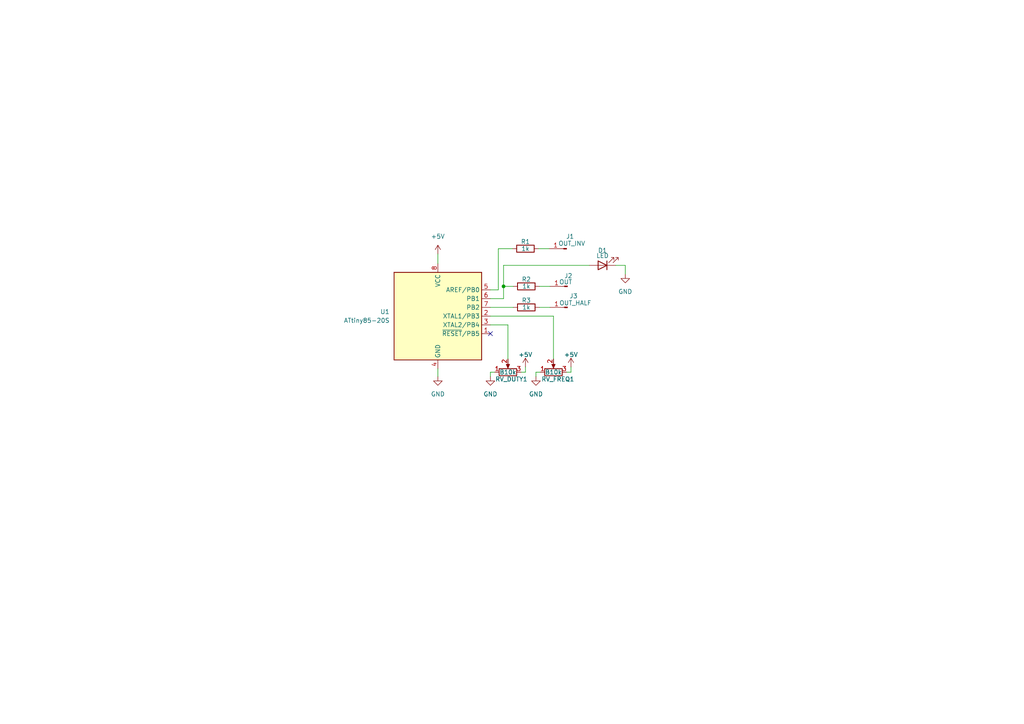
<source format=kicad_sch>
(kicad_sch (version 20230121) (generator eeschema)
  (paper "A4")
  (lib_symbols
    (symbol "Connector:Conn_01x01_Pin" (pin_names (offset 1.016) hide)
      (property "Reference" "J" (at 0 2.54 0))
      (property "Value" "Conn_01x01_Pin" (at 0 -2.54 0))
      (symbol "Conn_01x01_Pin_1_1"
        (polyline (pts (xy 1.27 0) (xy 0.8636 0)) (stroke (width 0.1524)))
        (rectangle (start 0.8636 0.127) (end 0 -0.127) (stroke (width 0.1524)) (fill (type outline)))
        (pin passive line (at 5.08 0 180) (length 3.81) (name "Pin_1") (number "1"))
      )
    )
    (symbol "Device:LED" (pin_numbers hide) (pin_names (offset 1.016) hide)
      (property "Reference" "D" (at 0 2.54 0))
      (property "Value" "LED" (at 0 -2.54 0))
      (symbol "LED_0_1"
        (polyline (pts (xy -1.27 -1.27) (xy -1.27 1.27)) (stroke (width 0.254)))
        (polyline (pts (xy -1.27 0) (xy 1.27 0)))
        (polyline (pts (xy 1.27 -1.27) (xy 1.27 1.27) (xy -1.27 0) (xy 1.27 -1.27)) (stroke (width 0.254)))
        (polyline (pts (xy -3.048 -0.762) (xy -4.572 -2.286) (xy -3.81 -2.286) (xy -4.572 -2.286) (xy -4.572 -1.524)))
        (polyline (pts (xy -1.778 -0.762) (xy -3.302 -2.286) (xy -2.54 -2.286) (xy -3.302 -2.286) (xy -3.302 -1.524)))
      )
      (symbol "LED_1_1"
        (pin passive line (at -3.81 0 0) (length 2.54) (name "K") (number "1"))
        (pin passive line (at 3.81 0 180) (length 2.54) (name "A") (number "2"))
      )
    )
    (symbol "Device:R" (pin_numbers hide) (pin_names (offset 0))
      (property "Reference" "R" (at 2.032 0 90))
      (property "Value" "R" (at 0 0 90))
      (symbol "R_0_1"
        (rectangle (start -1.016 -2.54) (end 1.016 2.54) (stroke (width 0.254)))
      )
      (symbol "R_1_1"
        (pin passive line (at 0 3.81 270) (length 1.27) (name "~") (number "1"))
        (pin passive line (at 0 -3.81 90) (length 1.27) (name "~") (number "2"))
      )
    )
    (symbol "Device:R_Potentiometer" (pin_names (offset 1.016) hide)
      (property "Reference" "RV" (at -4.445 0 90))
      (property "Value" "R_Potentiometer" (at -2.54 0 90))
      (symbol "R_Potentiometer_0_1"
        (polyline (pts (xy 2.54 0) (xy 1.524 0)))
        (polyline (pts (xy 1.143 0) (xy 2.286 0.508) (xy 2.286 -0.508) (xy 1.143 0)) (fill (type outline)))
        (rectangle (start 1.016 2.54) (end -1.016 -2.54) (stroke (width 0.254)))
      )
      (symbol "R_Potentiometer_1_1"
        (pin passive line (at 0 3.81 270) (length 1.27) (name "1") (number "1"))
        (pin passive line (at 3.81 0 180) (length 1.27) (name "2") (number "2"))
        (pin passive line (at 0 -3.81 90) (length 1.27) (name "3") (number "3"))
      )
    )
    (symbol "MCU_Microchip_ATtiny:ATtiny85-20S"
      (property "Reference" "U" (at -12.7 13.97 0))
      (property "Value" "ATtiny85-20S" (at 2.54 -13.97 0))
      (symbol "ATtiny85-20S_0_1"
        (rectangle (start -12.7 -12.7) (end 12.7 12.7) (stroke (width 0.254)) (fill (type background)))
      )
      (symbol "ATtiny85-20S_1_1"
        (pin bidirectional line (at 15.24 -5.08 180) (length 2.54) (name "~{RESET}/PB5") (number "1"))
        (pin bidirectional line (at 15.24 0 180) (length 2.54) (name "XTAL1/PB3") (number "2"))
        (pin bidirectional line (at 15.24 -2.54 180) (length 2.54) (name "XTAL2/PB4") (number "3"))
        (pin power_in line (at 0 -15.24 90) (length 2.54) (name "GND") (number "4"))
        (pin bidirectional line (at 15.24 7.62 180) (length 2.54) (name "AREF/PB0") (number "5"))
        (pin bidirectional line (at 15.24 5.08 180) (length 2.54) (name "PB1") (number "6"))
        (pin bidirectional line (at 15.24 2.54 180) (length 2.54) (name "PB2") (number "7"))
        (pin power_in line (at 0 15.24 270) (length 2.54) (name "VCC") (number "8"))
      )
    )
    (symbol "power:+5V" (power) (pin_names (offset 0))
      (property "Value" "+5V" (at 0 3.556 0))
      (symbol "+5V_0_1"
        (polyline (pts (xy -0.762 1.27) (xy 0 2.54)))
        (polyline (pts (xy 0 0) (xy 0 2.54)))
        (polyline (pts (xy 0 2.54) (xy 0.762 1.27)))
      )
      (symbol "+5V_1_1"
        (pin power_in line (at 0 0 90) (length 0) hide (name "+5V") (number "1"))
      )
    )
    (symbol "power:GND" (power) (pin_names (offset 0))
      (property "Value" "GND" (at 0 -3.81 0))
      (symbol "GND_0_1"
        (polyline (pts (xy 0 0) (xy 0 -1.27) (xy 1.27 -1.27) (xy 0 -2.54) (xy -1.27 -1.27) (xy 0 -1.27)))
      )
      (symbol "GND_1_1"
        (pin power_in line (at 0 0 270) (length 0) hide (name "GND") (number "1"))
      )
    )
  )
  (junction (at 146.05 83.058))
  (no_connect (at 142.24 96.774))
  (wire (pts (xy 144.526 84.074) (xy 142.24 84.074)))
  (wire (pts (xy 142.24 86.614) (xy 146.05 86.614)))
  (wire (pts (xy 156.21 72.136) (xy 159.258 72.136)))
  (wire (pts (xy 127 73.66) (xy 127 76.454)))
  (wire (pts (xy 148.59 72.136) (xy 144.526 72.136)))
  (wire (pts (xy 181.356 76.962) (xy 181.356 79.502)))
  (wire (pts (xy 144.526 72.136) (xy 144.526 84.074)))
  (wire (pts (xy 155.448 109.22) (xy 155.448 107.95)))
  (wire (pts (xy 127 106.934) (xy 127 109.22)))
  (wire (pts (xy 156.464 89.154) (xy 159.512 89.154)))
  (wire (pts (xy 181.356 76.962) (xy 178.562 76.962)))
  (wire (pts (xy 142.24 109.22) (xy 142.24 107.95)))
  (wire (pts (xy 152.4 107.95) (xy 151.13 107.95)))
  (wire (pts (xy 152.4 106.426) (xy 152.4 107.95)))
  (wire (pts (xy 146.05 86.614) (xy 146.05 83.058)))
  (wire (pts (xy 146.05 76.962) (xy 170.942 76.962)))
  (wire (pts (xy 146.05 76.962) (xy 146.05 83.058)))
  (wire (pts (xy 147.32 94.234) (xy 147.32 104.14)))
  (wire (pts (xy 160.528 104.14) (xy 160.528 91.694)))
  (wire (pts (xy 142.24 107.95) (xy 143.51 107.95)))
  (wire (pts (xy 142.24 94.234) (xy 147.32 94.234)))
  (wire (pts (xy 156.464 83.058) (xy 159.512 83.058)))
  (wire (pts (xy 160.528 91.694) (xy 142.24 91.694)))
  (wire (pts (xy 155.448 107.95) (xy 156.718 107.95)))
  (wire (pts (xy 146.05 83.058) (xy 148.844 83.058)))
  (wire (pts (xy 165.608 107.95) (xy 164.338 107.95)))
  (wire (pts (xy 165.608 106.426) (xy 165.608 107.95)))
  (wire (pts (xy 142.24 89.154) (xy 148.844 89.154)))
  (symbol (lib_id "Connector:Conn_01x01_Pin") (at 164.592 89.154 180) (unit 1)
    (property "Reference" "J3" (at 166.37 85.852 0))
    (property "Value" "OUT_HALF" (at 166.878 87.884 0))
  )
  (symbol (lib_id "power:+5V") (at 165.608 106.426 0) (unit 1)
    (property "Reference" "#PWR04" (effects hide))
    (property "Value" "+5V" (at 165.608 102.87 0))
  )
  (symbol (lib_id "Device:R") (at 152.654 89.154 90) (unit 1)
    (property "Reference" "R3" (at 152.654 87.122 90))
    (property "Value" "1k" (at 152.654 89.154 90))
  )
  (symbol (lib_id "power:GND") (at 181.356 79.502 0) (unit 1)
    (property "Reference" "#PWR07" (effects hide))
    (property "Value" "GND" (at 181.356 84.582 0))
  )
  (symbol (lib_id "Connector:Conn_01x01_Pin") (at 164.338 72.136 180) (unit 1)
    (property "Reference" "J1" (at 165.354 68.58 0))
    (property "Value" "OUT_INV" (at 165.862 70.612 0))
  )
  (symbol (lib_id "MCU_Microchip_ATtiny:ATtiny85-20S") (at 127 91.694 0) (unit 1)
    (property "Reference" "U1" (at 113.03 90.424 0) (effects (justify right)))
    (property "Value" "ATtiny85-20S" (at 113.03 92.964 0) (effects (justify right)))
    (property "Footprint" "Package_SO:SOIC-8W_5.3x5.3mm_P1.27mm" (effects hide))
    (property "Datasheet" "http://ww1.microchip.com/downloads/en/DeviceDoc/atmel-2586-avr-8-bit-microcontroller-attiny25-attiny45-attiny85_datasheet.pdf" (effects hide))
  )
  (symbol (lib_id "Device:R") (at 152.654 83.058 90) (unit 1)
    (property "Reference" "R2" (at 152.654 81.026 90))
    (property "Value" "1k" (at 152.654 83.058 90))
  )
  (symbol (lib_id "Device:R") (at 152.4 72.136 90) (unit 1)
    (property "Reference" "R1" (at 152.4 70.104 90))
    (property "Value" "1k" (at 152.4 72.136 90))
  )
  (symbol (lib_id "Connector:Conn_01x01_Pin") (at 164.592 83.058 180) (unit 1)
    (property "Reference" "J2" (at 164.846 80.01 0))
    (property "Value" "OUT" (at 164.084 81.788 0))
  )
  (symbol (lib_id "Device:R_Potentiometer") (at 147.32 107.95 90) (unit 1)
    (property "Reference" "RV_DUTY1" (at 148.336 109.982 90))
    (property "Value" "B10k" (at 147.32 107.95 90))
  )
  (symbol (lib_id "Device:R_Potentiometer") (at 160.528 107.95 90) (unit 1)
    (property "Reference" "RV_FREQ1" (at 161.798 109.982 90))
    (property "Value" "B10k" (at 160.528 107.95 90))
  )
  (symbol (lib_id "Device:LED") (at 174.752 76.962 180) (unit 1)
    (property "Reference" "D1" (at 174.752 72.644 0))
    (property "Value" "LED" (at 174.752 74.168 0))
  )
  (symbol (lib_id "power:+5V") (at 127 73.66 0) (unit 1)
    (property "Reference" "#PWR01" (effects hide))
    (property "Value" "+5V" (at 127 68.58 0))
  )
  (symbol (lib_id "power:GND") (at 142.24 109.22 0) (unit 1)
    (property "Reference" "#PWR05" (effects hide))
    (property "Value" "GND" (at 142.24 114.3 0))
  )
  (symbol (lib_id "power:+5V") (at 152.4 106.426 0) (unit 1)
    (property "Reference" "#PWR03" (effects hide))
    (property "Value" "+5V" (at 152.4 102.87 0))
  )
  (symbol (lib_id "power:GND") (at 127 109.22 0) (unit 1)
    (property "Reference" "#PWR02" (effects hide))
    (property "Value" "GND" (at 127 114.3 0))
  )
  (symbol (lib_id "power:GND") (at 155.448 109.22 0) (unit 1)
    (property "Reference" "#PWR06" (effects hide))
    (property "Value" "GND" (at 155.448 114.3 0))
  )
)
</source>
